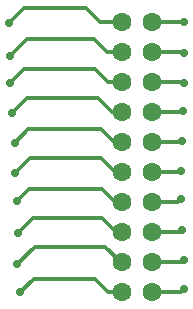
<source format=gbl>
G04 (created by PCBNEW (2013-08-24 BZR 4298)-stable) date Thu 21 Nov 2013 10:15:51 PM PST*
%MOIN*%
G04 Gerber Fmt 3.4, Leading zero omitted, Abs format*
%FSLAX34Y34*%
G01*
G70*
G90*
G04 APERTURE LIST*
%ADD10C,0.005906*%
%ADD11C,0.062992*%
%ADD12C,0.027559*%
%ADD13C,0.011811*%
G04 APERTURE END LIST*
G54D10*
G54D11*
X54610Y-37606D03*
X55610Y-37606D03*
X54610Y-40606D03*
X55610Y-39606D03*
X55610Y-38606D03*
X54610Y-38606D03*
X54610Y-39606D03*
X54610Y-41606D03*
X55610Y-40606D03*
X55610Y-41606D03*
X55610Y-42606D03*
X55610Y-46606D03*
X55610Y-45606D03*
X55610Y-44606D03*
X55610Y-43606D03*
X54610Y-42606D03*
X54610Y-43606D03*
X54610Y-44606D03*
X54610Y-45606D03*
X54610Y-46606D03*
G54D12*
X50818Y-37641D03*
X56653Y-46515D03*
X56669Y-37598D03*
X51106Y-45661D03*
X56669Y-45539D03*
X56649Y-39629D03*
X50940Y-40629D03*
X56649Y-38618D03*
X50858Y-39641D03*
X50858Y-38740D03*
X56594Y-44535D03*
X51118Y-44641D03*
X56570Y-43511D03*
X51090Y-43570D03*
X56570Y-42578D03*
X51011Y-42641D03*
X56610Y-41570D03*
X51011Y-41618D03*
X56618Y-40551D03*
X51208Y-46590D03*
G54D13*
X54610Y-37606D02*
X53846Y-37606D01*
X51311Y-37149D02*
X50818Y-37641D01*
X53389Y-37149D02*
X51311Y-37149D01*
X53846Y-37606D02*
X53389Y-37149D01*
X56562Y-46606D02*
X55610Y-46606D01*
X56653Y-46515D02*
X56562Y-46606D01*
X56661Y-37606D02*
X55610Y-37606D01*
X56669Y-37598D02*
X56661Y-37606D01*
X54610Y-45606D02*
X54547Y-45606D01*
X51677Y-45090D02*
X51106Y-45661D01*
X54031Y-45090D02*
X51677Y-45090D01*
X54547Y-45606D02*
X54031Y-45090D01*
X56602Y-45606D02*
X55610Y-45606D01*
X56669Y-45539D02*
X56602Y-45606D01*
X56625Y-39606D02*
X55610Y-39606D01*
X56649Y-39629D02*
X56625Y-39606D01*
X54610Y-40606D02*
X54267Y-40606D01*
X51440Y-40129D02*
X50940Y-40629D01*
X53791Y-40129D02*
X51440Y-40129D01*
X54267Y-40606D02*
X53791Y-40129D01*
X56637Y-38606D02*
X55610Y-38606D01*
X56649Y-38618D02*
X56637Y-38606D01*
X54610Y-39606D02*
X54125Y-39606D01*
X51338Y-39161D02*
X50858Y-39641D01*
X53681Y-39161D02*
X51338Y-39161D01*
X54125Y-39606D02*
X53681Y-39161D01*
X54610Y-38606D02*
X54094Y-38606D01*
X51437Y-38161D02*
X50858Y-38740D01*
X53649Y-38161D02*
X51437Y-38161D01*
X54094Y-38606D02*
X53649Y-38161D01*
X56523Y-44606D02*
X55610Y-44606D01*
X56594Y-44535D02*
X56523Y-44606D01*
X54610Y-44606D02*
X54389Y-44606D01*
X51614Y-44145D02*
X51118Y-44641D01*
X53929Y-44145D02*
X51614Y-44145D01*
X54389Y-44606D02*
X53929Y-44145D01*
X56476Y-43606D02*
X55610Y-43606D01*
X56570Y-43511D02*
X56476Y-43606D01*
X54610Y-43606D02*
X54366Y-43606D01*
X51500Y-43161D02*
X51090Y-43570D01*
X53921Y-43161D02*
X51500Y-43161D01*
X54366Y-43606D02*
X53921Y-43161D01*
X56543Y-42606D02*
X55610Y-42606D01*
X56570Y-42578D02*
X56543Y-42606D01*
X54610Y-42606D02*
X54354Y-42606D01*
X51511Y-42141D02*
X51011Y-42641D01*
X53889Y-42141D02*
X51511Y-42141D01*
X54354Y-42606D02*
X53889Y-42141D01*
X56574Y-41606D02*
X55610Y-41606D01*
X56610Y-41570D02*
X56574Y-41606D01*
X54610Y-41606D02*
X54338Y-41606D01*
X51460Y-41169D02*
X51011Y-41618D01*
X53901Y-41169D02*
X51460Y-41169D01*
X54338Y-41606D02*
X53901Y-41169D01*
X56562Y-40606D02*
X55610Y-40606D01*
X56618Y-40551D02*
X56562Y-40606D01*
X54610Y-46606D02*
X54133Y-46606D01*
X51645Y-46153D02*
X51208Y-46590D01*
X53681Y-46153D02*
X51645Y-46153D01*
X54133Y-46606D02*
X53681Y-46153D01*
M02*

</source>
